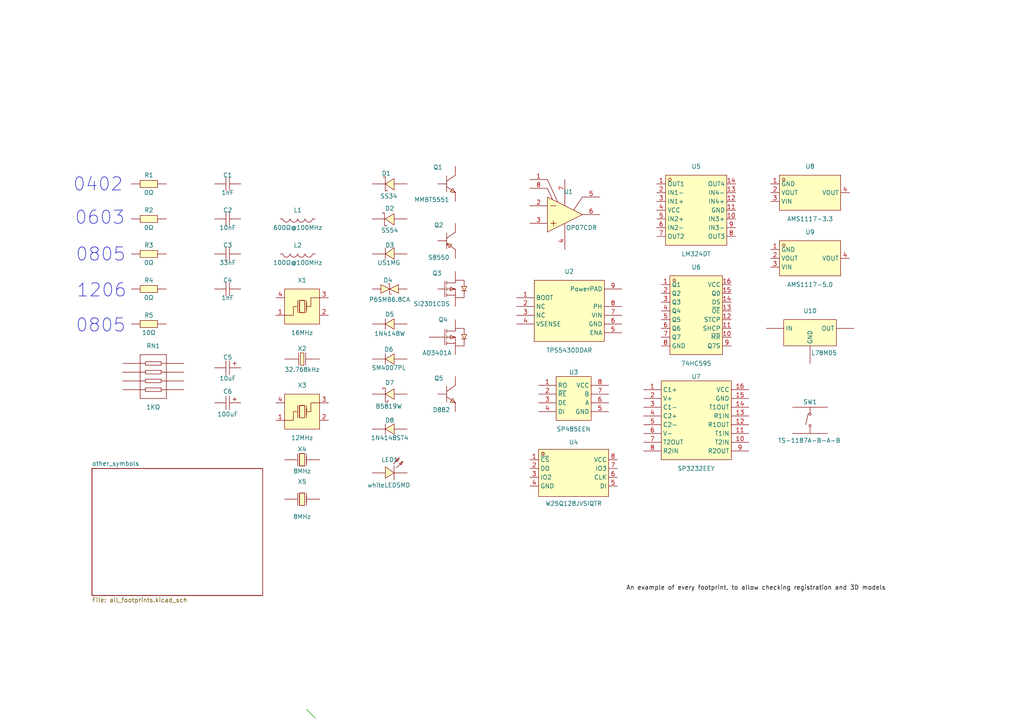
<source format=kicad_sch>
(kicad_sch (version 20250114) (generator "eeschema") (generator_version "9.0")
  (paper "A4")
  (lib_symbols
    (symbol "jlcbasic:0Ω-0402" (pin_numbers (hide yes)) (pin_names (hide yes))
      (property "Reference" "R" (at 0 2.54 0))
      (property "Value" "0Ω" (at 0 -2.54 0))
      (symbol "0Ω-0402_0_1"
        (pin input line (at -5.08 0 0) (length 2.54) (name "1") (number "1"))
        (pin input line (at 5.08 0 180) (length 2.54) (name "2") (number "2"))
      )
    )
    (symbol "jlcbasic:0Ω-0603" (pin_numbers (hide yes)) (pin_names (hide yes))
      (property "Reference" "R" (at 0 2.54 0))
      (property "Value" "0Ω" (at 0 -2.54 0))
      (symbol "0Ω-0603_0_1"
        (pin input line (at -5.08 0 0) (length 2.54) (name "1") (number "1"))
        (pin input line (at 5.08 0 180) (length 2.54) (name "2") (number "2"))
      )
    )
    (symbol "jlcbasic:0Ω-0805" (pin_numbers (hide yes)) (pin_names (hide yes))
      (property "Reference" "R" (at 0 2.54 0))
      (property "Value" "0Ω" (at 0 -2.54 0))
      (symbol "0Ω-0805_0_1"
        (pin input line (at -5.08 0 0) (length 2.54) (name "1") (number "1"))
        (pin input line (at 5.08 0 180) (length 2.54) (name "2") (number "2"))
      )
    )
    (symbol "jlcbasic:0Ω-1206" (pin_numbers (hide yes)) (pin_names (hide yes))
      (property "Reference" "R" (at 0 2.54 0))
      (property "Value" "0Ω" (at 0 -2.54 0))
      (symbol "0Ω-1206_0_1"
        (pin input line (at -5.08 0 0) (length 2.54) (name "1") (number "1"))
        (pin input line (at 5.08 0 180) (length 2.54) (name "2") (number "2"))
      )
    )
    (symbol "jlcbasic:100Ω@100MHz-0805" (pin_numbers (hide yes)) (pin_names (hide yes))
      (property "Reference" "L" (at 0 2.54 0))
      (property "Value" "100Ω@100MHz" (at 0 -2.54 0))
      (symbol "100Ω@100MHz-0805_0_1"
        (pin unspecified line (at -5.08 0 0) (length 0.762) (name "1") (number "1"))
        (pin unspecified line (at 5.08 0 180) (length 0.762) (name "2") (number "2"))
      )
    )
    (symbol "jlcbasic:10nF-0603" (pin_numbers (hide yes)) (pin_names (hide yes))
      (property "Reference" "C" (at 0 2.54 0))
      (property "Value" "10nF" (at 0 -2.54 0))
      (symbol "10nF-0603_0_1"
        (pin input line (at -3.81 0 0) (length 2.54) (name "1") (number "1"))
        (pin input line (at 3.81 0 180) (length 2.54) (name "2") (number "2"))
      )
    )
    (symbol "jlcbasic:10Ω-0805" (pin_numbers (hide yes)) (pin_names (hide yes))
      (property "Reference" "R" (at 0 2.54 0))
      (property "Value" "10Ω" (at 0 -2.54 0))
      (symbol "10Ω-0805_0_1"
        (pin input line (at -5.08 0 0) (length 2.54) (name "1") (number "1"))
        (pin input line (at 5.08 0 180) (length 2.54) (name "2") (number "2"))
      )
    )
    (symbol "jlcbasic:1N4148WST4" (pin_numbers (hide yes)) (pin_names (hide yes))
      (property "Reference" "D" (at 0 2.54 0))
      (property "Value" "1N4148ST4" (at 0 -2.54 0))
      (symbol "1N4148WST4_0_1"
        (pin unspecified line (at -5.08 0 0) (length 3.81) (name "K") (number "1"))
        (pin unspecified line (at 5.08 0 180) (length 3.81) (name "A") (number "2"))
      )
    )
    (symbol "jlcbasic:1N4148W_C81598" (pin_numbers (hide yes)) (pin_names (hide yes))
      (property "Reference" "D" (at 0 2.794 0))
      (property "Value" "1N4148W" (at 0 -2.794 0))
      (symbol "1N4148W_C81598_0_1"
        (pin unspecified line (at -5.08 0 0) (length 3.81) (name "K") (number "1"))
        (pin unspecified line (at 5.08 0 180) (length 3.81) (name "A") (number "2"))
      )
    )
    (symbol "jlcbasic:1nF-0402" (pin_numbers (hide yes)) (pin_names (hide yes))
      (property "Reference" "C" (at 0 2.54 0))
      (property "Value" "1nF" (at 0 -2.54 0))
      (symbol "1nF-0402_0_1"
        (pin input line (at -3.81 0 0) (length 2.54) (name "1") (number "1"))
        (pin input line (at 3.81 0 180) (length 2.54) (name "2") (number "2"))
      )
    )
    (symbol "jlcbasic:1nF-1206" (pin_numbers (hide yes)) (pin_names (hide yes))
      (property "Reference" "C" (at 0 2.54 0))
      (property "Value" "1nF" (at 0 -2.54 0))
      (symbol "1nF-1206_0_1"
        (pin input line (at -3.81 0 0) (length 2.54) (name "1") (number "1"))
        (pin input line (at 3.81 0 180) (length 2.54) (name "2") (number "2"))
      )
    )
    (symbol "jlcbasic:33nF-0805" (pin_numbers (hide yes)) (pin_names (hide yes))
      (property "Reference" "C" (at 0 2.54 0))
      (property "Value" "33nF" (at 0 -2.54 0))
      (symbol "33nF-0805_0_1"
        (pin input line (at -3.81 0 0) (length 2.54) (name "1") (number "1"))
        (pin input line (at 3.81 0 180) (length 2.54) (name "2") (number "2"))
      )
    )
    (symbol "jlcbasic:4D03WGJ0102T5E" (pin_numbers (hide yes)) (pin_names (hide yes))
      (property "Reference" "RN" (at 0 8.89 0))
      (property "Value" "1KΩ" (at 0 -8.89 0))
      (symbol "4D03WGJ0102T5E_0_1"
        (pin input line (at -8.89 3.81 0) (length 5.08) (name "1") (number "1"))
        (pin input line (at -8.89 1.27 0) (length 5.08) (name "2") (number "2"))
        (pin input line (at -8.89 -1.27 0) (length 5.08) (name "3") (number "3"))
        (pin input line (at -8.89 -3.81 0) (length 5.08) (name "4") (number "4"))
        (pin input line (at 8.89 3.81 180) (length 5.08) (name "8") (number "8"))
        (pin input line (at 8.89 1.27 180) (length 5.08) (name "7") (number "7"))
        (pin input line (at 8.89 -1.27 180) (length 5.08) (name "6") (number "6"))
        (pin input line (at 8.89 -3.81 180) (length 5.08) (name "5") (number "5"))
      )
    )
    (symbol "jlcbasic:600Ω@100MHz-0603" (pin_numbers (hide yes)) (pin_names (hide yes))
      (property "Reference" "L" (at 0 2.54 0))
      (property "Value" "600Ω@100MHz" (at 0 -2.54 0))
      (symbol "600Ω@100MHz-0603_0_1"
        (pin unspecified line (at -5.08 0 0) (length 0.762) (name "1") (number "1"))
        (pin unspecified line (at 5.08 0 180) (length 0.762) (name "2") (number "2"))
      )
    )
    (symbol "jlcbasic:74HC595D,118"
      (property "Reference" "U" (at 0 13.97 0))
      (property "Value" "74HC595" (at 0 -13.97 0))
      (symbol "74HC595D,118_0_1"
        (pin unspecified line (at -10.16 8.89 0) (length 2.54) (name "Q1") (number "1"))
        (pin unspecified line (at -10.16 6.35 0) (length 2.54) (name "Q2") (number "2"))
        (pin unspecified line (at -10.16 3.81 0) (length 2.54) (name "Q3") (number "3"))
        (pin unspecified line (at -10.16 1.27 0) (length 2.54) (name "Q4") (number "4"))
        (pin unspecified line (at -10.16 -1.27 0) (length 2.54) (name "Q5") (number "5"))
        (pin unspecified line (at -10.16 -3.81 0) (length 2.54) (name "Q6") (number "6"))
        (pin unspecified line (at -10.16 -6.35 0) (length 2.54) (name "Q7") (number "7"))
        (pin unspecified line (at -10.16 -8.89 0) (length 2.54) (name "GND") (number "8"))
        (pin unspecified line (at 10.16 8.89 180) (length 2.54) (name "VCC") (number "16"))
        (pin unspecified line (at 10.16 6.35 180) (length 2.54) (name "Q0") (number "15"))
        (pin unspecified line (at 10.16 3.81 180) (length 2.54) (name "DS") (number "14"))
        (pin unspecified line (at 10.16 1.27 180) (length 2.54) (name "~{OE}") (number "13"))
        (pin unspecified line (at 10.16 -1.27 180) (length 2.54) (name "STCP") (number "12"))
        (pin unspecified line (at 10.16 -3.81 180) (length 2.54) (name "SHCP") (number "11"))
        (pin unspecified line (at 10.16 -6.35 180) (length 2.54) (name "~{MR}") (number "10"))
        (pin unspecified line (at 10.16 -8.89 180) (length 2.54) (name "Q7S") (number "9"))
      )
    )
    (symbol "jlcbasic:AMS1117-3.3"
      (property "Reference" "U" (at 0 7.62 0))
      (property "Value" "AMS1117-3.3" (at 0 -7.62 0))
      (symbol "AMS1117-3.3_0_1"
        (pin unspecified line (at -11.43 2.54 0) (length 2.54) (name "GND") (number "1"))
        (pin unspecified line (at -11.43 0 0) (length 2.54) (name "VOUT") (number "2"))
        (pin unspecified line (at -11.43 -2.54 0) (length 2.54) (name "VIN") (number "3"))
        (pin unspecified line (at 11.43 0 180) (length 2.54) (name "VOUT") (number "4"))
      )
    )
    (symbol "jlcbasic:AMS1117-5.0"
      (property "Reference" "U" (at 0 7.62 0))
      (property "Value" "AMS1117-5.0" (at 0 -7.62 0))
      (symbol "AMS1117-5.0_0_1"
        (pin unspecified line (at -11.43 2.54 0) (length 2.54) (name "GND") (number "1"))
        (pin unspecified line (at -11.43 0 0) (length 2.54) (name "VOUT") (number "2"))
        (pin unspecified line (at -11.43 -2.54 0) (length 2.54) (name "VIN") (number "3"))
        (pin unspecified line (at 11.43 0 180) (length 2.54) (name "VOUT") (number "4"))
      )
    )
    (symbol "jlcbasic:AO3401A" (pin_numbers (hide yes)) (pin_names (hide yes))
      (property "Reference" "Q" (at -1.016 5.08 0))
      (property "Value" "AO3401A" (at -2.794 -4.572 0))
      (symbol "AO3401A_0_1"
        (pin unspecified line (at -5.08 0 0) (length 2.54) (name "G") (number "1"))
        (pin unspecified line (at 2.54 5.08 270) (length 2.54) (name "D") (number "3"))
        (pin unspecified line (at 2.54 -5.08 90) (length 2.54) (name "S") (number "2"))
      )
    )
    (symbol "jlcbasic:B5819W_C8598" (pin_numbers (hide yes)) (pin_names (hide yes))
      (property "Reference" "D" (at 0 3.302 0))
      (property "Value" "B5819W" (at -0.254 -3.556 0))
      (symbol "B5819W_C8598_0_1"
        (pin unspecified line (at -5.08 0 0) (length 3.81) (name "-") (number "1"))
        (pin unspecified line (at 5.08 0 180) (length 3.81) (name "+") (number "2"))
      )
    )
    (symbol "jlcbasic:D882_C9634" (pin_numbers (hide yes)) (pin_names (hide yes))
      (property "Reference" "Q" (at -2.286 4.572 0))
      (property "Value" "D882" (at -1.524 -4.572 0))
      (symbol "D882_C9634_0_1"
        (pin input line (at -2.54 0 0) (length 2.54) (name "B") (number "1"))
        (pin input line (at 2.54 5.08 270) (length 2.54) (name "C") (number "2"))
        (pin input line (at 2.54 -5.08 90) (length 2.54) (name "E") (number "3"))
      )
    )
    (symbol "jlcbasic:L78M05ABDT-TR" (pin_numbers (hide yes))
      (property "Reference" "U" (at 0 8.89 0))
      (property "Value" "L78M05" (at 4.064 -3.302 0))
      (symbol "L78M05ABDT-TR_0_1"
        (pin power_in line (at -12.7 3.81 0) (length 5.08) (name "IN") (number "1"))
        (pin power_in line (at 0 -6.35 90) (length 5.08) (name "GND") (number "4"))
        (pin power_in line (at 12.7 3.81 180) (length 5.08) (name "OUT") (number "3"))
      )
    )
    (symbol "jlcbasic:LM324DT"
      (property "Reference" "U" (at 0 12.7 0))
      (property "Value" "LM324DT" (at 0 -12.7 0))
      (symbol "LM324DT_0_1"
        (pin unspecified line (at -11.43 7.62 0) (length 2.54) (name "OUT1") (number "1"))
        (pin unspecified line (at -11.43 5.08 0) (length 2.54) (name "IN1-") (number "2"))
        (pin unspecified line (at -11.43 2.54 0) (length 2.54) (name "IN1+") (number "3"))
        (pin unspecified line (at -11.43 0 0) (length 2.54) (name "VCC") (number "4"))
        (pin unspecified line (at -11.43 -2.54 0) (length 2.54) (name "IN2+") (number "5"))
        (pin unspecified line (at -11.43 -5.08 0) (length 2.54) (name "IN2-") (number "6"))
        (pin unspecified line (at -11.43 -7.62 0) (length 2.54) (name "OUT2") (number "7"))
        (pin unspecified line (at 11.43 7.62 180) (length 2.54) (name "OUT4") (number "14"))
        (pin unspecified line (at 11.43 5.08 180) (length 2.54) (name "IN4-") (number "13"))
        (pin unspecified line (at 11.43 2.54 180) (length 2.54) (name "IN4+") (number "12"))
        (pin unspecified line (at 11.43 0 180) (length 2.54) (name "GND") (number "11"))
        (pin unspecified line (at 11.43 -2.54 180) (length 2.54) (name "IN3+") (number "10"))
        (pin unspecified line (at 11.43 -5.08 180) (length 2.54) (name "IN3-") (number "9"))
        (pin unspecified line (at 11.43 -7.62 180) (length 2.54) (name "OUT3") (number "8"))
      )
    )
    (symbol "jlcbasic:MMBT5551_C2145" (pin_numbers (hide yes)) (pin_names (hide yes))
      (property "Reference" "Q" (at -2.54 4.826 0))
      (property "Value" "MMBT5551" (at -4.318 -4.572 0))
      (symbol "MMBT5551_C2145_0_1"
        (pin unspecified line (at -2.54 0 0) (length 2.54) (name "B") (number "1"))
        (pin unspecified line (at 2.54 5.08 270) (length 2.54) (name "C") (number "3"))
        (pin unspecified line (at 2.54 -5.08 90) (length 2.54) (name "E") (number "2"))
      )
    )
    (symbol "jlcbasic:OP07CDR" (pin_names (hide yes))
      (property "Reference" "U" (at 1.016 5.334 0))
      (property "Value" "OP07CDR" (at 4.826 -5.08 0))
      (symbol "OP07CDR_0_1"
        (pin unspecified line (at -10.16 8.89 0) (length 5.08) (name "OFFSETN1") (number "1"))
        (pin unspecified line (at -10.16 6.35 0) (length 5.08) (name "OFFSETN2") (number "8"))
        (pin unspecified line (at -10.16 1.27 0) (length 5.08) (name "IN-") (number "2"))
        (pin unspecified line (at -10.16 -3.81 0) (length 5.08) (name "IN+") (number "3"))
        (pin power_in line (at 0 8.89 270) (length 5.08) (name "VCC+") (number "7"))
        (pin power_in line (at 0 -11.43 90) (length 5.08) (name "VCC-") (number "4"))
        (pin unspecified line (at 10.16 3.81 180) (length 5.08) (name "NC") (number "5"))
        (pin output line (at 10.16 -1.27 180) (length 5.08) (name "OUT") (number "6"))
      )
    )
    (symbol "jlcbasic:P6SMB6.8CA-C78395" (pin_numbers (hide yes)) (pin_names (hide yes))
      (property "Reference" "D" (at -0.508 2.54 0))
      (property "Value" "P6SMB6.8CA" (at 0 -3.048 0))
      (symbol "P6SMB6.8CA-C78395_0_1"
        (pin unspecified line (at -5.08 0 0) (length 2.54) (name "1") (number "1"))
        (pin unspecified line (at 5.08 0 180) (length 2.54) (name "2") (number "2"))
      )
    )
    (symbol "jlcbasic:Q13FC1350000400" (pin_numbers (hide yes)) (pin_names (hide yes))
      (property "Reference" "X" (at 0 3.048 0))
      (property "Value" "32.768kHz" (at 0 -3.048 0))
      (symbol "Q13FC1350000400_0_1"
        (pin unspecified line (at -5.08 0 0) (length 2.54) (name "1") (number "1"))
        (pin unspecified line (at 5.08 0 180) (length 2.54) (name "2") (number "2"))
      )
    )
    (symbol "jlcbasic:S8550_C105432" (pin_numbers (hide yes)) (pin_names (hide yes))
      (property "Reference" "Q" (at -2.286 4.572 0))
      (property "Value" "S8550" (at -2.286 -4.826 0))
      (symbol "S8550_C105432_0_1"
        (pin input line (at -2.54 0 0) (length 2.54) (name "1") (number "1"))
        (pin input line (at 2.54 5.08 270) (length 2.54) (name "3") (number "3"))
        (pin input line (at 2.54 -5.08 90) (length 2.54) (name "2") (number "2"))
      )
    )
    (symbol "jlcbasic:SI2301CDS-T1-GE3" (pin_numbers (hide yes)) (pin_names (hide yes))
      (property "Reference" "Q" (at -4.064 4.572 0))
      (property "Value" "SI2301CDS" (at -5.588 -4.318 0))
      (symbol "SI2301CDS-T1-GE3_0_1"
        (pin unspecified line (at -3.81 0 0) (length 2.032) (name "G") (number "1"))
        (pin unspecified line (at 1.27 5.08 270) (length 2.54) (name "D") (number "3"))
        (pin unspecified line (at 1.27 -5.08 90) (length 2.54) (name "S") (number "2"))
      )
    )
    (symbol "jlcbasic:SM4007PL" (pin_numbers (hide yes)) (pin_names (hide yes))
      (property "Reference" "D" (at -0.254 2.794 0))
      (property "Value" "SM4007PL" (at -0.254 -2.54 0))
      (symbol "SM4007PL_0_1"
        (pin unspecified line (at -5.08 0 0) (length 3.81) (name "C") (number "1"))
        (pin unspecified line (at 5.08 0 180) (length 3.81) (name "A") (number "2"))
      )
    )
    (symbol "jlcbasic:SP3232EEY-L_TR"
      (property "Reference" "U" (at 0 12.7 0))
      (property "Value" "SP3232EEY" (at 0 -13.97 0))
      (symbol "SP3232EEY-L_TR_0_1"
        (pin unspecified line (at -15.24 8.89 0) (length 5.08) (name "C1+") (number "1"))
        (pin unspecified line (at -15.24 6.35 0) (length 5.08) (name "V+") (number "2"))
        (pin unspecified line (at -15.24 3.81 0) (length 5.08) (name "C1-") (number "3"))
        (pin unspecified line (at -15.24 1.27 0) (length 5.08) (name "C2+") (number "4"))
        (pin unspecified line (at -15.24 -1.27 0) (length 5.08) (name "C2-") (number "5"))
        (pin unspecified line (at -15.24 -3.81 0) (length 5.08) (name "V-") (number "6"))
        (pin unspecified line (at -15.24 -6.35 0) (length 5.08) (name "T2OUT") (number "7"))
        (pin unspecified line (at -15.24 -8.89 0) (length 5.08) (name "R2IN") (number "8"))
        (pin unspecified line (at 15.24 8.89 180) (length 5.08) (name "VCC") (number "16"))
        (pin unspecified line (at 15.24 6.35 180) (length 5.08) (name "GND") (number "15"))
        (pin unspecified line (at 15.24 3.81 180) (length 5.08) (name "T1OUT") (number "14"))
        (pin unspecified line (at 15.24 1.27 180) (length 5.08) (name "R1IN") (number "13"))
        (pin unspecified line (at 15.24 -1.27 180) (length 5.08) (name "R1OUT") (number "12"))
        (pin unspecified line (at 15.24 -3.81 180) (length 5.08) (name "T1IN") (number "11"))
        (pin unspecified line (at 15.24 -6.35 180) (length 5.08) (name "T2IN") (number "10"))
        (pin unspecified line (at 15.24 -8.89 180) (length 5.08) (name "R2OUT") (number "9"))
      )
    )
    (symbol "jlcbasic:SP485EEN-L_TR"
      (property "Reference" "U" (at 0 7.62 0))
      (property "Value" "SP485EEN" (at 0 -8.89 0))
      (symbol "SP485EEN-L_TR_0_1"
        (pin unspecified line (at -10.16 3.81 0) (length 5.08) (name "RO") (number "1"))
        (pin unspecified line (at -10.16 1.27 0) (length 5.08) (name "~{RE}") (number "2"))
        (pin unspecified line (at -10.16 -1.27 0) (length 5.08) (name "DE") (number "3"))
        (pin unspecified line (at -10.16 -3.81 0) (length 5.08) (name "DI") (number "4"))
        (pin unspecified line (at 10.16 3.81 180) (length 5.08) (name "VCC") (number "8"))
        (pin unspecified line (at 10.16 1.27 180) (length 5.08) (name "B") (number "7"))
        (pin unspecified line (at 10.16 -1.27 180) (length 5.08) (name "A") (number "6"))
        (pin unspecified line (at 10.16 -3.81 180) (length 5.08) (name "GND") (number "5"))
      )
    )
    (symbol "jlcbasic:SS34_C8678" (pin_numbers (hide yes)) (pin_names (hide yes))
      (property "Reference" "D" (at -1.016 3.048 0))
      (property "Value" "SS34" (at -0.254 -3.556 0))
      (symbol "SS34_C8678_0_1"
        (pin unspecified line (at -5.08 0 0) (length 3.81) (name "K") (number "1"))
        (pin unspecified line (at 5.08 0 180) (length 3.81) (name "A") (number "2"))
      )
    )
    (symbol "jlcbasic:SS54_C22452" (pin_numbers (hide yes)) (pin_names (hide yes))
      (property "Reference" "D" (at 0 3.048 0))
      (property "Value" "SS54" (at 0 -3.302 0))
      (symbol "SS54_C22452_0_1"
        (pin unspecified line (at -5.08 0 0) (length 3.81) (name "K") (number "2"))
        (pin unspecified line (at 5.08 0 180) (length 3.81) (name "A") (number "1"))
      )
    )
    (symbol "jlcbasic:TAJA106K016RNJ" (pin_numbers (hide yes)) (pin_names (hide yes))
      (property "Reference" "C" (at 0 3.048 0))
      (property "Value" "10uF" (at 0 -3.048 0))
      (symbol "TAJA106K016RNJ_0_1"
        (pin input line (at -3.81 0 0) (length 2.54) (name "2") (number "2"))
        (pin input line (at 3.81 0 180) (length 2.54) (name "1") (number "1"))
      )
    )
    (symbol "jlcbasic:TAJB107K006RNJ" (pin_numbers (hide yes)) (pin_names (hide yes))
      (property "Reference" "C" (at 0 3.302 0))
      (property "Value" "100uF" (at 0 -3.302 0))
      (symbol "TAJB107K006RNJ_0_1"
        (pin input line (at -3.81 0 0) (length 2.54) (name "2") (number "2"))
        (pin input line (at 3.81 0 180) (length 2.54) (name "1") (number "1"))
      )
    )
    (symbol "jlcbasic:TPS5430DDAR"
      (property "Reference" "U" (at 0 11.43 0))
      (property "Value" "TPS5430DDAR" (at 0 -11.43 0))
      (symbol "TPS5430DDAR_0_1"
        (pin unspecified line (at -15.24 3.81 0) (length 5.08) (name "BOOT") (number "1"))
        (pin unspecified line (at -15.24 1.27 0) (length 5.08) (name "NC") (number "2"))
        (pin unspecified line (at -15.24 -1.27 0) (length 5.08) (name "NC") (number "3"))
        (pin unspecified line (at -15.24 -3.81 0) (length 5.08) (name "VSENSE") (number "4"))
        (pin unspecified line (at 15.24 6.35 180) (length 5.08) (name "PowerPAD") (number "9"))
        (pin unspecified line (at 15.24 1.27 180) (length 5.08) (name "PH") (number "8"))
        (pin unspecified line (at 15.24 -1.27 180) (length 5.08) (name "VIN") (number "7"))
        (pin unspecified line (at 15.24 -3.81 180) (length 5.08) (name "GND") (number "6"))
        (pin unspecified line (at 15.24 -6.35 180) (length 5.08) (name "ENA") (number "5"))
      )
    )
    (symbol "jlcbasic:TS-1187A-B-A-B" (pin_numbers (hide yes)) (pin_names (hide yes))
      (property "Reference" "SW" (at 0 4.064 0))
      (property "Value" "TS-1187A-B-A-B" (at -0.254 -7.112 0))
      (symbol "TS-1187A-B-A-B_0_1"
        (pin unspecified line (at -5.08 2.54 0) (length 2.54) (name "A") (number "1"))
        (pin unspecified line (at -5.08 -5.08 0) (length 2.54) (name "C") (number "3"))
        (pin unspecified line (at 5.08 2.54 180) (length 2.54) (name "B") (number "2"))
        (pin unspecified line (at 5.08 -5.08 180) (length 2.54) (name "D") (number "4"))
      )
    )
    (symbol "jlcbasic:US1MG_C412437" (pin_numbers (hide yes)) (pin_names (hide yes))
      (property "Reference" "D" (at 0 2.54 0))
      (property "Value" "US1MG" (at -0.254 -2.54 0))
      (symbol "US1MG_C412437_0_1"
        (pin unspecified line (at -5.08 0 0) (length 3.81) (name "C") (number "1"))
        (pin unspecified line (at 5.08 0 180) (length 3.81) (name "A") (number "2"))
      )
    )
    (symbol "jlcbasic:W25Q128JVSIQTR"
      (property "Reference" "U" (at 0 8.89 0))
      (property "Value" "W25Q128JVSIQTR" (at 0 -8.89 0))
      (symbol "W25Q128JVSIQTR_0_1"
        (pin unspecified line (at -12.7 3.81 0) (length 2.54) (name "~{CS}") (number "1"))
        (pin unspecified line (at -12.7 1.27 0) (length 2.54) (name "DO") (number "2"))
        (pin unspecified line (at -12.7 -1.27 0) (length 2.54) (name "IO2") (number "3"))
        (pin unspecified line (at -12.7 -3.81 0) (length 2.54) (name "GND") (number "4"))
        (pin unspecified line (at 12.7 3.81 180) (length 2.54) (name "VCC") (number "8"))
        (pin unspecified line (at 12.7 1.27 180) (length 2.54) (name "IO3") (number "7"))
        (pin unspecified line (at 12.7 -1.27 180) (length 2.54) (name "CLK") (number "6"))
        (pin unspecified line (at 12.7 -3.81 180) (length 2.54) (name "DI") (number "5"))
      )
    )
    (symbol "jlcbasic:X322512MSB4SI" (pin_names (hide yes))
      (property "Reference" "X" (at 0 7.62 0))
      (property "Value" "12MHz" (at 0 -7.62 0))
      (symbol "X322512MSB4SI_0_1"
        (pin unspecified line (at -7.62 2.54 0) (length 2.54) (name "GND") (number "4"))
        (pin unspecified line (at -7.62 -2.54 0) (length 2.54) (name "OSC1") (number "1"))
        (pin unspecified line (at 7.62 2.54 180) (length 2.54) (name "OSC2") (number "3"))
        (pin unspecified line (at 7.62 -2.54 180) (length 2.54) (name "GND") (number "2"))
      )
    )
    (symbol "jlcbasic:X322516MLB4SI" (pin_names (hide yes))
      (property "Reference" "X" (at 0 7.62 0))
      (property "Value" "16MHz" (at 0 -7.62 0))
      (symbol "X322516MLB4SI_0_1"
        (pin unspecified line (at -7.62 2.54 0) (length 2.54) (name "GND") (number "4"))
        (pin unspecified line (at -7.62 -2.54 0) (length 2.54) (name "OSC1") (number "1"))
        (pin unspecified line (at 7.62 2.54 180) (length 2.54) (name "OSC2") (number "3"))
        (pin unspecified line (at 7.62 -2.54 180) (length 2.54) (name "GND") (number "2"))
      )
    )
    (symbol "jlcbasic:X49SM8MSD2SC" (pin_numbers (hide yes)) (pin_names (hide yes))
      (property "Reference" "X" (at 0 3.048 0))
      (property "Value" "8MHz" (at 0 -3.302 0))
      (symbol "X49SM8MSD2SC_0_1"
        (pin input line (at -5.08 0 0) (length 2.54) (name "OSC2") (number "2"))
        (pin input line (at 5.08 0 180) (length 2.54) (name "OSC1") (number "1"))
      )
    )
    (symbol "jlcbasic:X50328MSB2GI" (pin_numbers (hide yes)) (pin_names (hide yes))
      (property "Reference" "X" (at 0 5.08 0))
      (property "Value" "8MHz" (at 0 -5.08 0))
      (symbol "X50328MSB2GI_0_1"
        (pin input line (at -5.08 0 0) (length 2.54) (name "OSC1") (number "1"))
        (pin input line (at 5.08 0 180) (length 2.54) (name "OSC2") (number "2"))
      )
    )
    (symbol "jlcbasic:whiteLEDSMD" (pin_numbers (hide yes)) (pin_names (hide yes))
      (property "Reference" "LED" (at 0 2.54 0))
      (property "Value" "whiteLEDSMD" (at -0.254 -4.826 0))
      (symbol "whiteLEDSMD_0_1"
        (pin unspecified line (at -5.08 -1.27 0) (length 3.81) (name "A") (number "1"))
        (pin unspecified line (at 5.08 -1.27 180) (length 3.81) (name "K") (number "2"))
      )
    )
  )
  (text "0805" (at 29.21 73.914 0) (effects (font (size 3.81 3.81))))
  (text "1206" (at 29.464 84.328 0) (effects (font (size 3.81 3.81))))
  (text "0603" (at 28.956 63.246 0) (effects (font (size 3.81 3.81))))
  (text "0402" (at 28.448 53.594 0) (effects (font (size 3.81 3.81))))
  (text "0805" (at 29.21 94.488 0) (effects (font (size 3.81 3.81))))
  (bus_entry (at 88.9 205.74) (size 2.54 2.54))
  (label "An example of every footprint, to allow checking registration and 3D models" (at 181.61 171.45 0))
  (symbol (lib_id "jlcbasic:1N4148WST4") (at 113.03 124.46 0) (unit 1)
    (property "Reference" "D8" (at 113.03 121.92 0))
    (property "Value" "1N4148ST4" (at 113.03 127 0))
    (property "Footprint" "jlcbasic:SOD-323_L1.8-W1.3-LS2.5-RD" (effects (hide yes)))
    (property "Datasheet" "https://lcsc.com/product-detail/Switching-Diode_1N4148WS-T4_C2128.html" (effects (hide yes)))
    (property "LCSC Part" "C2128" (effects (hide yes)))
    (property "PartNumber" "1N4148WS T4" (effects (hide yes)))
  )
  (symbol (lib_id "jlcbasic:SP3232EEY-L_TR") (at 201.93 121.92 0) (unit 1)
    (property "Reference" "U7" (at 201.93 109.22 0))
    (property "Value" "SP3232EEY" (at 201.93 135.89 0))
    (property "Footprint" "jlcbasic:TSSOP-16_L5.0-W4.4-P0.65-LS6.4-BL" (effects (hide yes)))
    (property "Datasheet" "https://lcsc.com/product-detail/RS232_SIPEX_SP3232EEY-L-TR_SP3232EEY_C13482.html" (effects (hide yes)))
    (property "Description" "235Kbps Transceiver 2/2 TSSOP-16 RS232 ICs ROHS" (effects (hide yes)))
    (property "LCSC Part" "C13482" (effects (hide yes)))
    (property "PartNumber" "SP3232EEY-L/TR" (effects (hide yes)))
  )
  (symbol (lib_id "jlcbasic:SI2301CDS-T1-GE3") (at 130.81 83.82 0) (unit 1)
    (property "Reference" "Q3" (at 126.746 79.248 0))
    (property "Value" "SI2301CDS" (at 125.222 88.138 0))
    (property "Footprint" "jlcbasic:SOT-23-3_L3.0-W1.7-P0.95-LS2.9-BR" (effects (hide yes)))
    (property "Datasheet" "https://lcsc.com/product-detail/MOSFET_VISHAY_SI2301CDS-T1-GE3_SI2301CDS-T1-GE3_C10487.html" (effects (hide yes)))
    (property "Description" "20V 3.1A 112mΩ@4.5V,2.8A 1V@250uA 1 Piece P-Channel SOT-23 MOSFETs ROHS" (effects (hide yes)))
    (property "LCSC Part" "C10487" (effects (hide yes)))
    (property "PartNumber" "SI2301CDS-T1-GE3" (effects (hide yes)))
  )
  (symbol (lib_id "jlcbasic:AO3401A") (at 129.54 97.79 0) (unit 1)
    (property "Reference" "Q4" (at 128.524 92.71 0))
    (property "Value" "AO3401A" (at 126.746 102.362 0))
    (property "Footprint" "jlcbasic:SOT-23_L2.9-W1.3-P1.90-LS2.4-BR" (effects (hide yes)))
    (property "Datasheet" "https://lcsc.com/product-detail/MOSFET_AOS_AO3401A_AO3401A_C15127.html" (effects (hide yes)))
    (property "Description" "30V 4A 44mΩ@10V,4.3A 1.4W 1.3V@250uA 1 Piece P-Channel SOT-23 MOSFETs ROHS" (effects (hide yes)))
    (property "LCSC Part" "C15127" (effects (hide yes)))
    (property "PartNumber" "AO3401A" (effects (hide yes)))
  )
  (symbol (lib_id "jlcbasic:D882_C9634") (at 129.54 114.3 0) (unit 1)
    (property "Reference" "Q5" (at 127.254 109.728 0))
    (property "Value" "D882" (at 128.016 118.872 0))
    (property "Footprint" "jlcbasic:SOT-89-3_L4.5-W2.5-P1.50-LS4.2-BR" (effects (hide yes)))
    (property "Datasheet" "https://lcsc.com/product-detail/Transistors-NPN-PNP_D882_C9634.html" (effects (hide yes)))
    (property "LCSC Part" "C9634" (effects (hide yes)))
    (property "PartNumber" "D882_C9634" (effects (hide yes)))
  )
  (symbol (lib_id "jlcbasic:MMBT5551_C2145") (at 129.54 53.34 0) (unit 1)
    (property "Reference" "Q1" (at 127 48.514 0))
    (property "Value" "MMBT5551" (at 125.222 57.912 0))
    (property "Footprint" "jlcbasic:SOT-23-3_L2.9-W1.3-P1.90-LS2.4-BR" (effects (hide yes)))
    (property "Datasheet" "https://lcsc.com/product-detail/Transistors-NPN-PNP_MMBT5551-G1-H-200-300_C2145.html" (effects (hide yes)))
    (property "LCSC Part" "C2145" (effects (hide yes)))
    (property "PartNumber" "MMBT5551_C2145" (effects (hide yes)))
  )
  (symbol (lib_id "jlcbasic:33nF-0805") (at 66.04 73.66 0) (unit 1)
    (property "Reference" "C3" (at 66.04 71.12 0))
    (property "Value" "33nF" (at 66.04 76.2 0))
    (property "Footprint" "jlcbasic:C0805" (effects (hide yes)))
    (property "Datasheet" "https://lcsc.com/product-detail/Multilayer-Ceramic-Capacitors-MLCC-SMD-SMT_33nF-333-10-50V_C1739.html" (effects (hide yes)))
    (property "Description" "50V 33nF X7R ±10% 0805 Multilayer Ceramic Capacitors MLCC - SMD/SMT ROHS" (effects (hide yes)))
    (property "LCSC Part" "C1739" (effects (hide yes)))
    (property "PartNumber" "33nF-0805" (effects (hide yes)))
  )
  (symbol (lib_id "jlcbasic:TAJA106K016RNJ") (at 66.04 106.68 0) (unit 1)
    (property "Reference" "C5" (at 66.04 103.632 0))
    (property "Value" "10uF" (at 66.04 109.728 0))
    (property "Footprint" "jlcbasic:CAP-SMD_L3.2-W1.6-RD-C7171" (effects (hide yes)))
    (property "Datasheet" "https://lcsc.com/product-detail/Tantalum-Capacitors_AVX_TAJA106K016RNJ_10uF-106-10-16V_C7171.html" (effects (hide yes)))
    (property "Description" "10uF 16V 3Ω@100kHz ±10% CASE-A-3216-18(mm) Tantalum Capacitors ROHS" (effects (hide yes)))
    (property "LCSC Part" "C7171" (effects (hide yes)))
    (property "PartNumber" "TAJA106K016RNJ" (effects (hide yes)))
  )
  (symbol (lib_id "jlcbasic:1nF-1206") (at 66.04 83.82 0) (unit 1)
    (property "Reference" "C4" (at 66.04 81.28 0))
    (property "Value" "1nF" (at 66.04 86.36 0))
    (property "Footprint" "jlcbasic:C1206" (effects (hide yes)))
    (property "Datasheet" "https://lcsc.com/product-detail/Multilayer-Ceramic-Capacitors-MLCC-SMD-SMT_1nF-102-10-2kV_C9196.html" (effects (hide yes)))
    (property "Description" "2kV 1nF X7R ±10% 1206 Multilayer Ceramic Capacitors MLCC - SMD/SMT ROHS" (effects (hide yes)))
    (property "LCSC Part" "C9196" (effects (hide yes)))
    (property "PartNumber" "1nF-1206" (effects (hide yes)))
  )
  (symbol (lib_id "jlcbasic:74HC595D,118") (at 201.93 91.44 0) (unit 1)
    (property "Reference" "U6" (at 201.93 77.47 0))
    (property "Value" "74HC595" (at 201.93 105.41 0))
    (property "Footprint" "jlcbasic:SOIC-16_L9.9-W3.9-P1.27-LS6.0-BL" (effects (hide yes)))
    (property "Datasheet" "https://lcsc.com/product-detail/74-Series_NXP_74HC595D-118_74HC595D_C5947.html" (effects (hide yes)))
    (property "Description" "8 2V~6V 1 Serial to serial or parallel SOIC-16 Shift Registers ROHS" (effects (hide yes)))
    (property "LCSC Part" "C5947" (effects (hide yes)))
    (property "PartNumber" "74HC595D,118" (effects (hide yes)))
  )
  (symbol (lib_id "jlcbasic:0Ω-0402") (at 43.18 53.34 0) (unit 1)
    (property "Reference" "R1" (at 43.18 50.8 0))
    (property "Value" "0Ω" (at 43.18 55.88 0))
    (property "Footprint" "jlcbasic:R0402" (effects (hide yes)))
    (property "Datasheet" "https://lcsc.com/product-detail/Chip-Resistor-Surface-Mount-UniOhm_0R-0R0-1_C17168.html" (effects (hide yes)))
    (property "Description" "62.5mW Thick Film Resistors 50V ±800ppm/℃ ±1% 0Ω 0402 Chip Resistor - Surface Mount ROHS" (effects (hide yes)))
    (property "LCSC Part" "C17168" (effects (hide yes)))
    (property "PartNumber" "0Ω-0402" (effects (hide yes)))
  )
  (symbol (lib_id "jlcbasic:SM4007PL") (at 113.03 104.14 0) (unit 1)
    (property "Reference" "D6" (at 112.776 101.346 0))
    (property "Value" "SM4007PL" (at 112.776 106.68 0))
    (property "Footprint" "jlcbasic:SOD-123F_L2.8-W1.8-LS3.7-RD" (effects (hide yes)))
    (property "Datasheet" "https://lcsc.com/product-detail/Diodes-General-Purpose_SM4007PL-A7_C64898.html" (effects (hide yes)))
    (property "Description" "1A Independent Type 1kV 1.1V@1A SOD-123FL Diodes - General Purpose ROHS" (effects (hide yes)))
    (property "LCSC Part" "C64898" (effects (hide yes)))
    (property "PartNumber" "SM4007PL" (effects (hide yes)))
  )
  (symbol (lib_id "jlcbasic:whiteLEDSMD") (at 113.03 135.89 0) (unit 1)
    (property "Reference" "LED1" (at 113.03 133.35 0))
    (property "Value" "whiteLEDSMD" (at 112.776 140.716 0))
    (property "Footprint" "jlcbasic:LED0805-R-RD" (effects (hide yes)))
    (property "Datasheet" "https://lcsc.com/product-detail/Light-Emitting-Diodes-LED_white-0805_C34499.html" (effects (hide yes)))
    (property "LCSC Part" "C34499" (effects (hide yes)))
    (property "PartNumber" "whiteLEDSMD" (effects (hide yes)))
  )
  (symbol (lib_id "jlcbasic:LM324DT") (at 201.93 60.96 0) (unit 1)
    (property "Reference" "U5" (at 201.93 48.26 0))
    (property "Value" "LM324DT" (at 201.93 73.66 0))
    (property "Footprint" "jlcbasic:SOIC-14_L8.7-W3.9-P1.27-LS6.0-BL" (effects (hide yes)))
    (property "Datasheet" "https://lcsc.com/product-detail/General-Purpose-Amplifiers_STMicroelectronics_LM324DT_LM324DT_C71035.html" (effects (hide yes)))
    (property "Description" "Quad 20nA 0.4V/us 1.3MHz SOIC-14 Operational Amplifier ROHS" (effects (hide yes)))
    (property "LCSC Part" "C71035" (effects (hide yes)))
    (property "PartNumber" "LM324DT" (effects (hide yes)))
  )
  (symbol (lib_id "jlcbasic:Q13FC1350000400") (at 87.63 104.14 0) (unit 1)
    (property "Reference" "X2" (at 87.63 101.092 0))
    (property "Value" "32.768kHz" (at 87.63 107.188 0))
    (property "Footprint" "jlcbasic:FC-135R_L3.2-W1.5" (effects (hide yes)))
    (property "Datasheet" "https://lcsc.com/product-detail/SMD-Crystals_EPSON_Q13FC1350000400_32-768KHz-20ppm-12-5pF_C32346.html" (effects (hide yes)))
    (property "Description" "32.768kHz Surface Mount Crystal 12.5pF ±20ppm SMD3215-2P Crystals ROHS" (effects (hide yes)))
    (property "LCSC Part" "C32346" (effects (hide yes)))
    (property "PartNumber" "Q13FC1350000400" (effects (hide yes)))
  )
  (symbol (lib_id "jlcbasic:1N4148W_C81598") (at 113.03 93.98 0) (unit 1)
    (property "Reference" "D5" (at 113.03 91.186 0))
    (property "Value" "1N4148W" (at 113.03 96.774 0))
    (property "Footprint" "jlcbasic:SOD-123F_L2.7-W1.6-LS3.8-RD" (effects (hide yes)))
    (property "Datasheet" "https://lcsc.com/product-detail/Switching-Diode_1N4148W_C81598.html" (effects (hide yes)))
    (property "LCSC Part" "C81598" (effects (hide yes)))
    (property "PartNumber" "1N4148W_C81598" (effects (hide yes)))
  )
  (symbol (lib_id "jlcbasic:SS54_C22452") (at 113.03 63.5 0) (unit 1)
    (property "Reference" "D2" (at 113.03 60.452 0))
    (property "Value" "SS54" (at 113.03 66.802 0))
    (property "Footprint" "jlcbasic:SMA_L4.4-W2.8-LS5.4-R-RD" (effects (hide yes)))
    (property "Datasheet" "https://lcsc.com/product-detail/Schottky-Barrier-Diodes-SBD_SS54_C22452.html" (effects (hide yes)))
    (property "LCSC Part" "C22452" (effects (hide yes)))
    (property "PartNumber" "SS54_C22452" (effects (hide yes)))
  )
  (symbol (lib_id "jlcbasic:TAJB107K006RNJ") (at 66.04 116.84 0) (unit 1)
    (property "Reference" "C6" (at 66.04 113.538 0))
    (property "Value" "100uF" (at 66.04 120.142 0))
    (property "Footprint" "jlcbasic:CASE-B_3528" (effects (hide yes)))
    (property "Datasheet" "https://lcsc.com/product-detail/Tantalum-Capacitors_AVX_TAJB107K006RNJ_100uF-107-10-6-3V_C16133.html" (effects (hide yes)))
    (property "Description" "100uF 6.3V 1.7Ω@100kHz ±10% CASE-B-3528-21(mm) Tantalum Capacitors ROHS" (effects (hide yes)))
    (property "LCSC Part" "C16133" (effects (hide yes)))
    (property "PartNumber" "TAJB107K006RNJ" (effects (hide yes)))
  )
  (symbol (lib_id "jlcbasic:SP485EEN-L_TR") (at 166.37 115.57 0) (unit 1)
    (property "Reference" "U3" (at 166.37 107.95 0))
    (property "Value" "SP485EEN" (at 166.37 124.46 0))
    (property "Footprint" "jlcbasic:SOIC-8_L5.0-W4.0-P1.27-LS6.0-BL" (effects (hide yes)))
    (property "Datasheet" "https://lcsc.com/product-detail/RS-485-RS-422_SIPEX_SP485EEN-L-TR_SP485EEN-L-TR_C6855.html" (effects (hide yes)))
    (property "Description" "Transceiver 10Mbps 1/1 SOIC-8 RS-485 / RS-422 ICs ROHS" (effects (hide yes)))
    (property "LCSC Part" "C6855" (effects (hide yes)))
    (property "PartNumber" "SP485EEN-L/TR" (effects (hide yes)))
  )
  (symbol (lib_id "jlcbasic:600Ω@100MHz-0603") (at 86.36 63.5 0) (unit 1)
    (property "Reference" "L1" (at 86.36 60.96 0))
    (property "Value" "600Ω@100MHz" (at 86.36 66.04 0))
    (property "Footprint" "jlcbasic:L0603" (effects (hide yes)))
    (property "Datasheet" "https://lcsc.com/product-detail/Ferrite-Beads-And-Chips_600R-25-100MHz_C1002.html" (effects (hide yes)))
    (property "Description" "450mΩ ±25% 600Ω@100MHz 0603 Ferrite Beads ROHS" (effects (hide yes)))
    (property "LCSC Part" "C1002" (effects (hide yes)))
    (property "PartNumber" "600Ω@100MHz-0603" (effects (hide yes)))
  )
  (symbol (lib_id "jlcbasic:TS-1187A-B-A-B") (at 234.95 120.65 0) (unit 1)
    (property "Reference" "SW1" (at 234.95 116.586 0))
    (property "Value" "TS-1187A-B-A-B" (at 234.696 127.762 0))
    (property "Footprint" "jlcbasic:SW-SMD_4P-L5.1-W5.1-P3.70-LS6.5-TL_H1.5" (effects (hide yes)))
    (property "Datasheet" "https://lcsc.com/product-detail/Tactile-Switches_XKB-Enterprise-TS-1187-B-A-A_C318884.html" (effects (hide yes)))
    (property "Description" "None Without 50mA 5.1mm 100000 Times 160gf 12V 5.1mm 1.5mm Round Button Standing paste SPST SMD Tactile Switches ROHS" (effects (hide yes)))
    (property "LCSC Part" "C318884" (effects (hide yes)))
    (property "PartNumber" "TS-1187A-B-A-B" (effects (hide yes)))
  )
  (symbol (lib_id "jlcbasic:OP07CDR") (at 163.83 60.96 0) (unit 1)
    (property "Reference" "U1" (at 164.846 55.626 0))
    (property "Value" "OP07CDR" (at 168.656 66.04 0))
    (property "Footprint" "jlcbasic:SOIC-8_L4.9-W3.9-P1.27-LS6.0-BL" (effects (hide yes)))
    (property "Datasheet" "https://lcsc.com/product-detail/Precision-OpAmps_TI_OP07CDR_OP07CDR_C7433.html" (effects (hide yes)))
    (property "Description" "600kHz 1.8nA Single Channel SOIC-8 Precision Op Amps ROHS" (effects (hide yes)))
    (property "LCSC Part" "C7433" (effects (hide yes)))
    (property "PartNumber" "OP07CDR" (effects (hide yes)))
  )
  (symbol (lib_id "jlcbasic:S8550_C105432") (at 129.54 69.85 0) (unit 1)
    (property "Reference" "Q2" (at 127.254 65.278 0))
    (property "Value" "S8550" (at 127.254 74.676 0))
    (property "Footprint" "jlcbasic:SOT-23-3_L2.9-W1.6-P1.90-LS2.8-BR" (effects (hide yes)))
    (property "Datasheet" "https://lcsc.com/product-detail/Transistors-NPN-PNP_S8550_C105432.html" (effects (hide yes)))
    (property "LCSC Part" "C105432" (effects (hide yes)))
    (property "PartNumber" "S8550" (effects (hide yes)))
  )
  (symbol (lib_id "jlcbasic:X49SM8MSD2SC") (at 87.63 133.35 0) (unit 1)
    (property "Reference" "X4" (at 87.63 130.302 0))
    (property "Value" "8MHz" (at 87.63 136.652 0))
    (property "Footprint" "jlcbasic:CRYSTAL-SMD_L11.5-W4.8-LS12.7" (effects (hide yes)))
    (property "Datasheet" "https://lcsc.com/product-detail/49SMD_HC-49SMD-8MHZ-20PF-20PPM_C12674.html" (effects (hide yes)))
    (property "Description" "8MHz Surface Mount Crystal 20pF ±20ppm ±30ppm HC-49S-SMD Crystals ROHS" (effects (hide yes)))
    (property "LCSC Part" "C12674" (effects (hide yes)))
    (property "PartNumber" "X49SM8MSD2SC" (effects (hide yes)))
  )
  (symbol (lib_id "jlcbasic:TPS5430DDAR") (at 165.1 90.17 0) (unit 1)
    (property "Reference" "U2" (at 165.1 78.74 0))
    (property "Value" "TPS5430DDAR" (at 165.1 101.6 0))
    (property "Footprint" "jlcbasic:ESOP-8_L4.9-W3.9-P1.27-LS6.0-TL-EP" (effects (hide yes)))
    (property "Datasheet" "https://lcsc.com/product-detail/DC-DC-Converters_TI_TPS5430DDAR_TPS5430DDAR_C9864.html" (effects (hide yes)))
    (property "Description" "Step-down type Adjustable 1.221V~32.04V 3A 5.5V~36V SOIC-8-EP DC-DC Converters ROHS" (effects (hide yes)))
    (property "LCSC Part" "C9864" (effects (hide yes)))
    (property "PartNumber" "TPS5430DDAR" (effects (hide yes)))
  )
  (symbol (lib_id "jlcbasic:X50328MSB2GI") (at 87.63 144.78 0) (unit 1)
    (property "Reference" "X5" (at 87.63 139.7 0))
    (property "Value" "8MHz" (at 87.63 149.86 0))
    (property "Footprint" "jlcbasic:CRYSTAL-SMD_L5.0-W3.2" (effects (hide yes)))
    (property "Datasheet" "https://lcsc.com/product-detail/SMD-Crystals_YSX530GA-8MHZ-20PF-10PPM-40-85_C115962.html" (effects (hide yes)))
    (property "Description" "8MHz Surface Mount Crystal 20pF ±10ppm ±20ppm SMD5032 Crystals ROHS" (effects (hide yes)))
    (property "LCSC Part" "C115962" (effects (hide yes)))
    (property "PartNumber" "X50328MSB2GI" (effects (hide yes)))
  )
  (symbol (lib_id "jlcbasic:0Ω-1206") (at 43.18 83.82 0) (unit 1)
    (property "Reference" "R4" (at 43.18 81.28 0))
    (property "Value" "0Ω" (at 43.18 86.36 0))
    (property "Footprint" "jlcbasic:R1206" (effects (hide yes)))
    (property "Datasheet" "https://lcsc.com/product-detail/Chip-Resistor-Surface-Mount-UniOhm_0R-0R0-1_C17888.html" (effects (hide yes)))
    (property "Description" "250mW Thick Film Resistors 200V ±800ppm/℃ ±1% 0Ω 1206 Chip Resistor - Surface Mount ROHS" (effects (hide yes)))
    (property "LCSC Part" "C17888" (effects (hide yes)))
    (property "PartNumber" "0Ω-1206" (effects (hide yes)))
  )
  (symbol (lib_id "jlcbasic:P6SMB6.8CA-C78395") (at 113.03 83.82 0) (unit 1)
    (property "Reference" "D4" (at 112.522 81.28 0))
    (property "Value" "P6SMB6.8CA" (at 113.03 86.868 0))
    (property "Footprint" "jlcbasic:SMB_L4.6-W3.6-LS5.3-BI" (effects (hide yes)))
    (property "Datasheet" "https://lcsc.com/product-detail/TVS_P6SMB6-8CA_C78395.html" (effects (hide yes)))
    (property "LCSC Part" "C78395" (effects (hide yes)))
    (property "PartNumber" "P6SMB6.8CA-C78395" (effects (hide yes)))
  )
  (symbol (lib_id "jlcbasic:0Ω-0603") (at 43.18 63.5 0) (unit 1)
    (property "Reference" "R2" (at 43.18 60.96 0))
    (property "Value" "0Ω" (at 43.18 66.04 0))
    (property "Footprint" "jlcbasic:R0603" (effects (hide yes)))
    (property "Datasheet" "https://lcsc.com/product-detail/Chip-Resistor-Surface-Mount-UniOhm_0R-0R0-1_C21189.html" (effects (hide yes)))
    (property "Description" "100mW Thick Film Resistors 75V ±1% 0Ω 0603 Chip Resistor - Surface Mount ROHS" (effects (hide yes)))
    (property "LCSC Part" "C21189" (effects (hide yes)))
    (property "PartNumber" "0Ω-0603" (effects (hide yes)))
  )
  (symbol (lib_id "jlcbasic:4D03WGJ0102T5E") (at 44.45 109.22 0) (unit 1)
    (property "Reference" "RN1" (at 44.45 100.33 0))
    (property "Value" "1KΩ" (at 44.45 118.11 0))
    (property "Footprint" "jlcbasic:RES-ARRAY-SMD_0603-8P-L3.2-W1.6-BL" (effects (hide yes)))
    (property "Datasheet" "https://lcsc.com/product-detail/Resistor-Networks-Arrays_1KR-102-5_C20197.html" (effects (hide yes)))
    (property "Description" "4 ±5% 1kΩ 62.5mW ±200ppm/℃ 0603x4 Resistor Networks, Arrays ROHS" (effects (hide yes)))
    (property "LCSC Part" "C20197" (effects (hide yes)))
    (property "PartNumber" "4D03WGJ0102T5E" (effects (hide yes)))
  )
  (symbol (lib_id "jlcbasic:10nF-0603") (at 66.04 63.5 0) (unit 1)
    (property "Reference" "C2" (at 66.04 60.96 0))
    (property "Value" "10nF" (at 66.04 66.04 0))
    (property "Footprint" "jlcbasic:C0603" (effects (hide yes)))
    (property "Datasheet" "https://lcsc.com/product-detail/Multilayer-Ceramic-Capacitors-MLCC-SMD-SMT_10nF-103-10-50V_C57112.html" (effects (hide yes)))
    (property "Description" "50V 10nF X7R ±10% 0603 Multilayer Ceramic Capacitors MLCC - SMD/SMT ROHS" (effects (hide yes)))
    (property "LCSC Part" "C57112" (effects (hide yes)))
    (property "PartNumber" "10nF-0603" (effects (hide yes)))
  )
  (symbol (lib_id "jlcbasic:AMS1117-3.3") (at 234.95 55.88 0) (unit 1)
    (property "Reference" "U8" (at 234.95 48.26 0))
    (property "Value" "AMS1117-3.3" (at 234.95 63.5 0))
    (property "Footprint" "jlcbasic:SOT-223-3_L6.5-W3.4-P2.30-LS7.0-BR" (effects (hide yes)))
    (property "Datasheet" "https://lcsc.com/product-detail/Low-Dropout-Regulators-LDO_AMS_AMS1117-3-3_AMS1117-3-3_C6186.html" (effects (hide yes)))
    (property "Description" "72dB@(120Hz) 1A Fixed 3.3V Positive electrode SOT-223 Voltage Regulators - Linear, Low Drop Out (LDO) Regulators ROHS" (effects (hide yes)))
    (property "LCSC Part" "C6186" (effects (hide yes)))
    (property "PartNumber" "AMS1117-3.3" (effects (hide yes)))
  )
  (symbol (lib_id "jlcbasic:100Ω@100MHz-0805") (at 86.36 73.66 0) (unit 1)
    (property "Reference" "L2" (at 86.36 71.12 0))
    (property "Value" "100Ω@100MHz" (at 86.36 76.2 0))
    (property "Footprint" "jlcbasic:L0805" (effects (hide yes)))
    (property "Datasheet" "https://lcsc.com/product-detail/Ferrite-Beads-And-Chips_100R-25-100MHz_C1015.html" (effects (hide yes)))
    (property "Description" "±25% 100Ω@100MHz 0805 Ferrite Beads ROHS" (effects (hide yes)))
    (property "LCSC Part" "C1015" (effects (hide yes)))
    (property "PartNumber" "100Ω@100MHz-0805" (effects (hide yes)))
  )
  (symbol (lib_id "jlcbasic:X322512MSB4SI") (at 87.63 119.38 0) (unit 1)
    (property "Reference" "X3" (at 87.63 111.76 0))
    (property "Value" "12MHz" (at 87.63 127 0))
    (property "Footprint" "jlcbasic:CRYSTAL-SMD_4P-L3.2-W2.5-BL" (effects (hide yes)))
    (property "Datasheet" "https://lcsc.com/product-detail/SMD-Crystals_YSX321SL-12MHZ-20PF-10PPM-40-85_C9002.html" (effects (hide yes)))
    (property "Description" "12MHz Surface Mount Crystal 20pF ±10ppm ±20ppm SMD3225-4P Crystals ROHS" (effects (hide yes)))
    (property "LCSC Part" "C9002" (effects (hide yes)))
    (property "PartNumber" "X322512MSB4SI" (effects (hide yes)))
  )
  (symbol (lib_id "jlcbasic:B5819W_C8598") (at 113.03 114.3 0) (unit 1)
    (property "Reference" "D7" (at 113.03 110.998 0))
    (property "Value" "B5819W" (at 112.776 117.856 0))
    (property "Footprint" "jlcbasic:SOD-123_L2.7-W1.6-LS3.7-RD-1" (effects (hide yes)))
    (property "Datasheet" "https://lcsc.com/product-detail/Schottky-Barrier-Diodes-SBD_B5819W-SL_C8598.html" (effects (hide yes)))
    (property "LCSC Part" "C8598" (effects (hide yes)))
    (property "PartNumber" "B5819W_C8598" (effects (hide yes)))
  )
  (symbol (lib_id "jlcbasic:W25Q128JVSIQTR") (at 166.37 137.16 0) (unit 1)
    (property "Reference" "U4" (at 166.37 128.27 0))
    (property "Value" "W25Q128JVSIQTR" (at 166.37 146.05 0))
    (property "Footprint" "jlcbasic:SOIC-8_L5.3-W5.3-P1.27-LS8.0-BL" (effects (hide yes)))
    (property "Datasheet" "https://lcsc.com/product-detail/FLASH_W25Q128JVSIQTR_C97521.html" (effects (hide yes)))
    (property "LCSC Part" "C97521" (effects (hide yes)))
    (property "PartNumber" "W25Q128JVSIQTR" (effects (hide yes)))
  )
  (symbol (lib_id "jlcbasic:1nF-0402") (at 66.04 53.34 0) (unit 1)
    (property "Reference" "C1" (at 66.04 50.8 0))
    (property "Value" "1nF" (at 66.04 55.88 0))
    (property "Footprint" "jlcbasic:C0402" (effects (hide yes)))
    (property "Datasheet" "https://lcsc.com/product-detail/Multilayer-Ceramic-Capacitors-MLCC-SMD-SMT_1nF-102-10-50V_C1523.html" (effects (hide yes)))
    (property "Description" "50V 1nF X7R ±10% 0402 Multilayer Ceramic Capacitors MLCC - SMD/SMT ROHS" (effects (hide yes)))
    (property "LCSC Part" "C1523" (effects (hide yes)))
    (property "PartNumber" "1nF-0402" (effects (hide yes)))
  )
  (symbol (lib_id "jlcbasic:10Ω-0805") (at 43.18 93.98 0) (unit 1)
    (property "Reference" "R5" (at 43.18 91.44 0))
    (property "Value" "10Ω" (at 43.18 96.52 0))
    (property "Footprint" "jlcbasic:R0805_NEW" (effects (hide yes)))
    (property "Datasheet" "https://lcsc.com/product-detail/Chip-Resistor-Surface-Mount-UniOhm_10R-10R0-1_C17415.html" (effects (hide yes)))
    (property "Description" "125mW Thick Film Resistors 150V ±1% ±200ppm/℃ 10Ω 0805 Chip Resistor - Surface Mount ROHS" (effects (hide yes)))
    (property "LCSC Part" "C17415" (effects (hide yes)))
    (property "PartNumber" "10Ω-0805" (effects (hide yes)))
  )
  (symbol (lib_id "jlcbasic:0Ω-0805") (at 43.18 73.66 0) (unit 1)
    (property "Reference" "R3" (at 43.18 71.12 0))
    (property "Value" "0Ω" (at 43.18 76.2 0))
    (property "Footprint" "jlcbasic:R0805" (effects (hide yes)))
    (property "Datasheet" "https://lcsc.com/product-detail/Chip-Resistor-Surface-Mount-UniOhm_0R-0R0-1_C17477.html" (effects (hide yes)))
    (property "Description" "125mW Thick Film Resistors 150V ±800ppm/℃ ±1% 0Ω 0805 Chip Resistor - Surface Mount ROHS" (effects (hide yes)))
    (property "LCSC Part" "C17477" (effects (hide yes)))
    (property "PartNumber" "0Ω-0805" (effects (hide yes)))
  )
  (symbol (lib_id "jlcbasic:AMS1117-5.0") (at 234.95 74.93 0) (unit 1)
    (property "Reference" "U9" (at 234.95 67.31 0))
    (property "Value" "AMS1117-5.0" (at 234.95 82.55 0))
    (property "Footprint" "jlcbasic:SOT-223_L6.5-W3.5-P2.30-LS7.0-BR" (effects (hide yes)))
    (property "Datasheet" "https://lcsc.com/product-detail/Low-Dropout-Regulators-LDO_AMS_AMS1117-5-0_AMS1117-5-0_C6187.html" (effects (hide yes)))
    (property "Description" "68dB@(120Hz) 1A Fixed 5V Positive electrode 12V SOT-223 Voltage Regulators - Linear, Low Drop Out (LDO) Regulators ROHS" (effects (hide yes)))
    (property "LCSC Part" "C6187" (effects (hide yes)))
    (property "PartNumber" "AMS1117-5.0" (effects (hide yes)))
  )
  (symbol (lib_id "jlcbasic:L78M05ABDT-TR") (at 234.95 99.06 0) (unit 1)
    (property "Reference" "U10" (at 234.95 90.17 0))
    (property "Value" "L78M05" (at 239.014 102.362 0))
    (property "Footprint" "jlcbasic:TO-252-2_L6.5-W6.1-P4.58-LS10.0-TL" (effects (hide yes)))
    (property "Datasheet" "https://lcsc.com/product-detail/Linear-Voltage-Regulators_STMicroelectronics_L78M05ABDT-TR_L78M05ABDT-TR_C58069.html" (effects (hide yes)))
    (property "Description" "62dB@(120Hz) 500mA Fixed 5V Positive electrode 35V TO-252-2(DPAK) Voltage Regulators - Linear, Low Drop Out (LDO) Regulators ROHS" (effects (hide yes)))
    (property "LCSC Part" "C58069" (effects (hide yes)))
    (property "PartNumber" "L78M05ABDT-TR" (effects (hide yes)))
  )
  (symbol (lib_id "jlcbasic:US1MG_C412437") (at 113.03 73.66 0) (unit 1)
    (property "Reference" "D3" (at 113.03 71.12 0))
    (property "Value" "US1MG" (at 112.776 76.2 0))
    (property "Footprint" "jlcbasic:SMA_L4.4-W2.8-LS5.4-RD" (effects (hide yes)))
    (property "Datasheet" "https://lcsc.com/product-detail/Diodes-Rectifiers-Fast-Recovery_MDD-Microdiode-Electronics-US1MG_C412437.html" (effects (hide yes)))
    (property "LCSC Part" "C412437" (effects (hide yes)))
    (property "PartNumber" "US1MG_C412437" (effects (hide yes)))
  )
  (symbol (lib_id "jlcbasic:SS34_C8678") (at 113.03 53.34 0) (unit 1)
    (property "Reference" "D1" (at 112.014 50.292 0))
    (property "Value" "SS34" (at 112.776 56.896 0))
    (property "Footprint" "jlcbasic:SMA_L4.3-W2.6-LS5.2-RD" (effects (hide yes)))
    (property "Datasheet" "https://lcsc.com/product-detail/Schottky-Barrier-Diodes-SBD_SS34_C8678.html" (effects (hide yes)))
    (property "LCSC Part" "C8678" (effects (hide yes)))
    (property "PartNumber" "SS34_C8678" (effects (hide yes)))
  )
  (symbol (lib_id "jlcbasic:X322516MLB4SI") (at 87.63 88.9 0) (unit 1)
    (property "Reference" "X1" (at 87.63 81.28 0))
    (property "Value" "16MHz" (at 87.63 96.52 0))
    (property "Footprint" "jlcbasic:OSC-SMD_4P-L3.2-W2.5-BL" (effects (hide yes)))
    (property "Datasheet" "https://lcsc.com/product-detail/SMD-Crystals_YSX321SL-16MHZ-9PF-10PPM-40-85_C13738.html" (effects (hide yes)))
    (property "Description" "16MHz Surface Mount Crystal 9pF ±10ppm ±20ppm SMD3225-4P Crystals ROHS" (effects (hide yes)))
    (property "LCSC Part" "C13738" (effects (hide yes)))
    (property "PartNumber" "X322516MLB4SI" (effects (hide yes)))
  )
  (sheet (at 26.67 135.89) (size 49.53 36.83) (stroke (width 0.1524))
    (property "Sheetname" "other_symbols" (at 26.67 135.1784 0) (effects (justify left bottom)))
    (property "Sheetfile" "all_footprints.kicad_sch" (at 26.67 173.3046 0) (effects (justify left top)))
  )
)
</source>
